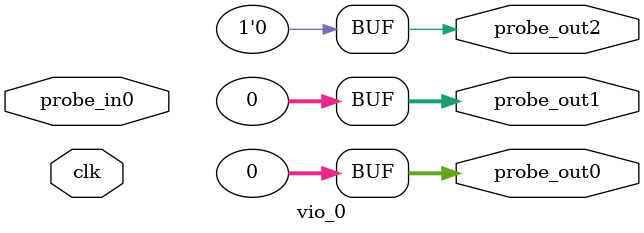
<source format=v>
`timescale 1ns / 1ps
module vio_0 (
clk,
probe_in0,
probe_out0,
probe_out1,
probe_out2
);

input clk;
input [32 : 0] probe_in0;

output reg [31 : 0] probe_out0 = 'h00000000 ;
output reg [31 : 0] probe_out1 = 'h00000000 ;
output reg [0 : 0] probe_out2 = 'h0 ;


endmodule

</source>
